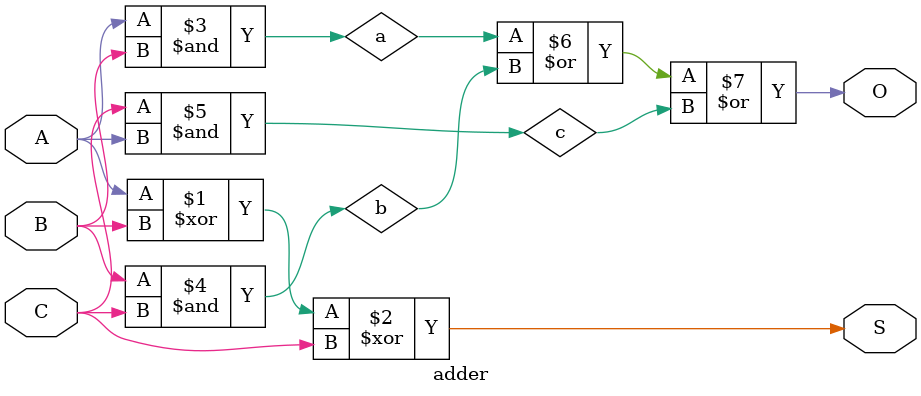
<source format=v>
module adder(A,B,C,S,O);
input A;
input B;
input C;
output S;
output O;
wire a0,b0,c0;
xor G1(S,A,B,C);
and G2(a,A,B);
and G3(b,B,C);
and G4(c,C,A);
or G5(O,a,b,c);
endmodule

</source>
